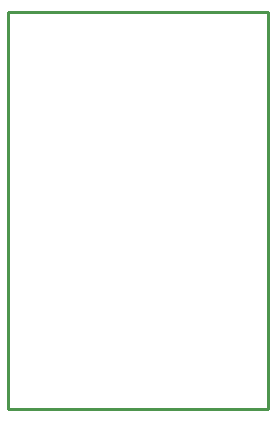
<source format=gko>
G04*
G04 #@! TF.GenerationSoftware,Altium Limited,Altium Designer,21.2.1 (34)*
G04*
G04 Layer_Color=16711935*
%FSLAX25Y25*%
%MOIN*%
G70*
G04*
G04 #@! TF.SameCoordinates,309C0993-0839-4B3B-9E80-2D82E5661E4B*
G04*
G04*
G04 #@! TF.FilePolarity,Positive*
G04*
G01*
G75*
%ADD15C,0.01000*%
D15*
X143746Y75815D02*
Y168500D01*
X135446D02*
X143746D01*
X57054D02*
X135446D01*
X57054Y75815D02*
Y168500D01*
X57029Y35900D02*
Y69411D01*
Y35900D02*
X85056D01*
X143800Y35902D01*
X57029Y69411D02*
X57054Y75815D01*
X143800Y35902D02*
Y75815D01*
M02*

</source>
